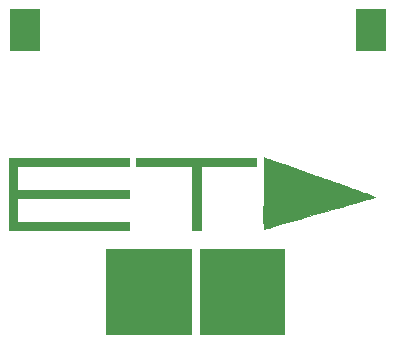
<source format=gbr>
%TF.GenerationSoftware,KiCad,Pcbnew,(6.0.1-0)*%
%TF.CreationDate,2022-01-28T16:02:20+01:00*%
%TF.ProjectId,badge,62616467-652e-46b6-9963-61645f706362,rev?*%
%TF.SameCoordinates,Original*%
%TF.FileFunction,Soldermask,Top*%
%TF.FilePolarity,Negative*%
%FSLAX46Y46*%
G04 Gerber Fmt 4.6, Leading zero omitted, Abs format (unit mm)*
G04 Created by KiCad (PCBNEW (6.0.1-0)) date 2022-01-28 16:02:20*
%MOMM*%
%LPD*%
G01*
G04 APERTURE LIST*
%ADD10C,0.010000*%
%ADD11R,2.600000X3.600000*%
G04 APERTURE END LIST*
D10*
%TO.C,Ref\u002A\u002A*%
X191872750Y-109385417D02*
X191872750Y-110041584D01*
X191872750Y-110041584D02*
X187136709Y-110046922D01*
X187136709Y-110046922D02*
X182400667Y-110052260D01*
X182400667Y-110052260D02*
X182400667Y-112059954D01*
X182400667Y-112059954D02*
X182511792Y-112073032D01*
X182511792Y-112073032D02*
X182569809Y-112077352D01*
X182569809Y-112077352D02*
X182666924Y-112081498D01*
X182666924Y-112081498D02*
X182799902Y-112085448D01*
X182799902Y-112085448D02*
X182965507Y-112089180D01*
X182965507Y-112089180D02*
X183160505Y-112092672D01*
X183160505Y-112092672D02*
X183381659Y-112095903D01*
X183381659Y-112095903D02*
X183625735Y-112098851D01*
X183625735Y-112098851D02*
X183889499Y-112101493D01*
X183889499Y-112101493D02*
X184169713Y-112103809D01*
X184169713Y-112103809D02*
X184463144Y-112105776D01*
X184463144Y-112105776D02*
X184766556Y-112107372D01*
X184766556Y-112107372D02*
X185076714Y-112108576D01*
X185076714Y-112108576D02*
X185390382Y-112109366D01*
X185390382Y-112109366D02*
X185704326Y-112109720D01*
X185704326Y-112109720D02*
X186015310Y-112109617D01*
X186015310Y-112109617D02*
X186320100Y-112109034D01*
X186320100Y-112109034D02*
X186615459Y-112107949D01*
X186615459Y-112107949D02*
X186898153Y-112106342D01*
X186898153Y-112106342D02*
X187152584Y-112104305D01*
X187152584Y-112104305D02*
X187469891Y-112101453D01*
X187469891Y-112101453D02*
X187813419Y-112098543D01*
X187813419Y-112098543D02*
X188174993Y-112095633D01*
X188174993Y-112095633D02*
X188546434Y-112092782D01*
X188546434Y-112092782D02*
X188919567Y-112090051D01*
X188919567Y-112090051D02*
X189286214Y-112087499D01*
X189286214Y-112087499D02*
X189638198Y-112085184D01*
X189638198Y-112085184D02*
X189967343Y-112083166D01*
X189967343Y-112083166D02*
X190265471Y-112081505D01*
X190265471Y-112081505D02*
X190369917Y-112080974D01*
X190369917Y-112080974D02*
X191872750Y-112073584D01*
X191872750Y-112073584D02*
X191872750Y-112750917D01*
X191872750Y-112750917D02*
X187136709Y-112756255D01*
X187136709Y-112756255D02*
X182400667Y-112761593D01*
X182400667Y-112761593D02*
X182400667Y-114772240D01*
X182400667Y-114772240D02*
X187136709Y-114777579D01*
X187136709Y-114777579D02*
X191872750Y-114782917D01*
X191872750Y-114782917D02*
X191872750Y-115439084D01*
X191872750Y-115439084D02*
X181723334Y-115449754D01*
X181723334Y-115449754D02*
X181723334Y-109374747D01*
X181723334Y-109374747D02*
X191872750Y-109385417D01*
X191872750Y-109385417D02*
X191872750Y-109385417D01*
G36*
X191872750Y-109385417D02*
G01*
X191872750Y-110041584D01*
X187136709Y-110046922D01*
X182400667Y-110052260D01*
X182400667Y-112059954D01*
X182511792Y-112073032D01*
X182569809Y-112077352D01*
X182666924Y-112081498D01*
X182799902Y-112085448D01*
X182965507Y-112089180D01*
X183160505Y-112092672D01*
X183381659Y-112095903D01*
X183625735Y-112098851D01*
X183889499Y-112101493D01*
X184169713Y-112103809D01*
X184463144Y-112105776D01*
X184766556Y-112107372D01*
X185076714Y-112108576D01*
X185390382Y-112109366D01*
X185704326Y-112109720D01*
X186015310Y-112109617D01*
X186320100Y-112109034D01*
X186615459Y-112107949D01*
X186898153Y-112106342D01*
X187152584Y-112104305D01*
X187469891Y-112101453D01*
X187813419Y-112098543D01*
X188174993Y-112095633D01*
X188546434Y-112092782D01*
X188919567Y-112090051D01*
X189286214Y-112087499D01*
X189638198Y-112085184D01*
X189967343Y-112083166D01*
X190265471Y-112081505D01*
X190369917Y-112080974D01*
X191872750Y-112073584D01*
X191872750Y-112750917D01*
X187136709Y-112756255D01*
X182400667Y-112761593D01*
X182400667Y-114772240D01*
X187136709Y-114777579D01*
X191872750Y-114782917D01*
X191872750Y-115439084D01*
X181723334Y-115449754D01*
X181723334Y-109374747D01*
X191872750Y-109385417D01*
G37*
X191872750Y-109385417D02*
X191872750Y-110041584D01*
X187136709Y-110046922D01*
X182400667Y-110052260D01*
X182400667Y-112059954D01*
X182511792Y-112073032D01*
X182569809Y-112077352D01*
X182666924Y-112081498D01*
X182799902Y-112085448D01*
X182965507Y-112089180D01*
X183160505Y-112092672D01*
X183381659Y-112095903D01*
X183625735Y-112098851D01*
X183889499Y-112101493D01*
X184169713Y-112103809D01*
X184463144Y-112105776D01*
X184766556Y-112107372D01*
X185076714Y-112108576D01*
X185390382Y-112109366D01*
X185704326Y-112109720D01*
X186015310Y-112109617D01*
X186320100Y-112109034D01*
X186615459Y-112107949D01*
X186898153Y-112106342D01*
X187152584Y-112104305D01*
X187469891Y-112101453D01*
X187813419Y-112098543D01*
X188174993Y-112095633D01*
X188546434Y-112092782D01*
X188919567Y-112090051D01*
X189286214Y-112087499D01*
X189638198Y-112085184D01*
X189967343Y-112083166D01*
X190265471Y-112081505D01*
X190369917Y-112080974D01*
X191872750Y-112073584D01*
X191872750Y-112750917D01*
X187136709Y-112756255D01*
X182400667Y-112761593D01*
X182400667Y-114772240D01*
X187136709Y-114777579D01*
X191872750Y-114782917D01*
X191872750Y-115439084D01*
X181723334Y-115449754D01*
X181723334Y-109374747D01*
X191872750Y-109385417D01*
X202636000Y-110052167D02*
X197915834Y-110052167D01*
X197915834Y-110052167D02*
X197915834Y-115449667D01*
X197915834Y-115449667D02*
X197217334Y-115449667D01*
X197217334Y-115449667D02*
X197217334Y-110052167D01*
X197217334Y-110052167D02*
X192476000Y-110052167D01*
X192476000Y-110052167D02*
X192476000Y-109374834D01*
X192476000Y-109374834D02*
X202636000Y-109374834D01*
X202636000Y-109374834D02*
X202636000Y-110052167D01*
X202636000Y-110052167D02*
X202636000Y-110052167D01*
G36*
X202636000Y-110052167D02*
G01*
X197915834Y-110052167D01*
X197915834Y-115449667D01*
X197217334Y-115449667D01*
X197217334Y-110052167D01*
X192476000Y-110052167D01*
X192476000Y-109374834D01*
X202636000Y-109374834D01*
X202636000Y-110052167D01*
G37*
X202636000Y-110052167D02*
X197915834Y-110052167D01*
X197915834Y-115449667D01*
X197217334Y-115449667D01*
X197217334Y-110052167D01*
X192476000Y-110052167D01*
X192476000Y-109374834D01*
X202636000Y-109374834D01*
X202636000Y-110052167D01*
X197069167Y-124255000D02*
X189914834Y-124255000D01*
X189914834Y-124255000D02*
X189914834Y-117100667D01*
X189914834Y-117100667D02*
X197069167Y-117100667D01*
X197069167Y-117100667D02*
X197069167Y-124255000D01*
X197069167Y-124255000D02*
X197069167Y-124255000D01*
G36*
X197069167Y-124255000D02*
G01*
X189914834Y-124255000D01*
X189914834Y-117100667D01*
X197069167Y-117100667D01*
X197069167Y-124255000D01*
G37*
X197069167Y-124255000D02*
X189914834Y-124255000D01*
X189914834Y-117100667D01*
X197069167Y-117100667D01*
X197069167Y-124255000D01*
X205006667Y-124255000D02*
X197852334Y-124255000D01*
X197852334Y-124255000D02*
X197852334Y-117100667D01*
X197852334Y-117100667D02*
X205006667Y-117100667D01*
X205006667Y-117100667D02*
X205006667Y-124255000D01*
X205006667Y-124255000D02*
X205006667Y-124255000D01*
G36*
X205006667Y-124255000D02*
G01*
X197852334Y-124255000D01*
X197852334Y-117100667D01*
X205006667Y-117100667D01*
X205006667Y-124255000D01*
G37*
X205006667Y-124255000D02*
X197852334Y-124255000D01*
X197852334Y-117100667D01*
X205006667Y-117100667D01*
X205006667Y-124255000D01*
X203274398Y-109327432D02*
X203332459Y-109347109D01*
X203332459Y-109347109D02*
X203426161Y-109379455D01*
X203426161Y-109379455D02*
X203553380Y-109423717D01*
X203553380Y-109423717D02*
X203711990Y-109479144D01*
X203711990Y-109479144D02*
X203899867Y-109544982D01*
X203899867Y-109544982D02*
X204114886Y-109620481D01*
X204114886Y-109620481D02*
X204354924Y-109704888D01*
X204354924Y-109704888D02*
X204617854Y-109797450D01*
X204617854Y-109797450D02*
X204901552Y-109897417D01*
X204901552Y-109897417D02*
X205203894Y-110004035D01*
X205203894Y-110004035D02*
X205522754Y-110116553D01*
X205522754Y-110116553D02*
X205856009Y-110234219D01*
X205856009Y-110234219D02*
X206201534Y-110356280D01*
X206201534Y-110356280D02*
X206557203Y-110481984D01*
X206557203Y-110481984D02*
X206920892Y-110610580D01*
X206920892Y-110610580D02*
X207290477Y-110741315D01*
X207290477Y-110741315D02*
X207663832Y-110873437D01*
X207663832Y-110873437D02*
X208038833Y-111006194D01*
X208038833Y-111006194D02*
X208413356Y-111138834D01*
X208413356Y-111138834D02*
X208785276Y-111270605D01*
X208785276Y-111270605D02*
X209152467Y-111400755D01*
X209152467Y-111400755D02*
X209512806Y-111528532D01*
X209512806Y-111528532D02*
X209864167Y-111653183D01*
X209864167Y-111653183D02*
X210204426Y-111773957D01*
X210204426Y-111773957D02*
X210531459Y-111890102D01*
X210531459Y-111890102D02*
X210843140Y-112000865D01*
X210843140Y-112000865D02*
X211137344Y-112105494D01*
X211137344Y-112105494D02*
X211411948Y-112203237D01*
X211411948Y-112203237D02*
X211664827Y-112293342D01*
X211664827Y-112293342D02*
X211893855Y-112375058D01*
X211893855Y-112375058D02*
X212096908Y-112447631D01*
X212096908Y-112447631D02*
X212271861Y-112510311D01*
X212271861Y-112510311D02*
X212416591Y-112562344D01*
X212416591Y-112562344D02*
X212528971Y-112602979D01*
X212528971Y-112602979D02*
X212606877Y-112631463D01*
X212606877Y-112631463D02*
X212626667Y-112638820D01*
X212626667Y-112638820D02*
X212660675Y-112655607D01*
X212660675Y-112655607D02*
X212657289Y-112670095D01*
X212657289Y-112670095D02*
X212647834Y-112675988D01*
X212647834Y-112675988D02*
X212624807Y-112683364D01*
X212624807Y-112683364D02*
X212562904Y-112701883D01*
X212562904Y-112701883D02*
X212463941Y-112731020D01*
X212463941Y-112731020D02*
X212329736Y-112770250D01*
X212329736Y-112770250D02*
X212162105Y-112819049D01*
X212162105Y-112819049D02*
X211962866Y-112876891D01*
X211962866Y-112876891D02*
X211733836Y-112943252D01*
X211733836Y-112943252D02*
X211476831Y-113017606D01*
X211476831Y-113017606D02*
X211193669Y-113099429D01*
X211193669Y-113099429D02*
X210886166Y-113188196D01*
X210886166Y-113188196D02*
X210556141Y-113283382D01*
X210556141Y-113283382D02*
X210205409Y-113384462D01*
X210205409Y-113384462D02*
X209835788Y-113490911D01*
X209835788Y-113490911D02*
X209449095Y-113602204D01*
X209449095Y-113602204D02*
X209047147Y-113717817D01*
X209047147Y-113717817D02*
X208631761Y-113837224D01*
X208631761Y-113837224D02*
X208204753Y-113959901D01*
X208204753Y-113959901D02*
X207959417Y-114030354D01*
X207959417Y-114030354D02*
X207526559Y-114154637D01*
X207526559Y-114154637D02*
X207104233Y-114275898D01*
X207104233Y-114275898D02*
X206694260Y-114393615D01*
X206694260Y-114393615D02*
X206298460Y-114507265D01*
X206298460Y-114507265D02*
X205918654Y-114616324D01*
X205918654Y-114616324D02*
X205556664Y-114720270D01*
X205556664Y-114720270D02*
X205214309Y-114818580D01*
X205214309Y-114818580D02*
X204893412Y-114910731D01*
X204893412Y-114910731D02*
X204595794Y-114996200D01*
X204595794Y-114996200D02*
X204323274Y-115074463D01*
X204323274Y-115074463D02*
X204077675Y-115144999D01*
X204077675Y-115144999D02*
X203860816Y-115207284D01*
X203860816Y-115207284D02*
X203674520Y-115260794D01*
X203674520Y-115260794D02*
X203520606Y-115305009D01*
X203520606Y-115305009D02*
X203400897Y-115339403D01*
X203400897Y-115339403D02*
X203317212Y-115363455D01*
X203317212Y-115363455D02*
X203271373Y-115376641D01*
X203271373Y-115376641D02*
X203262907Y-115379086D01*
X203262907Y-115379086D02*
X203257413Y-115379843D01*
X203257413Y-115379843D02*
X203252459Y-115377367D01*
X203252459Y-115377367D02*
X203248024Y-115369624D01*
X203248024Y-115369624D02*
X203244088Y-115354581D01*
X203244088Y-115354581D02*
X203240629Y-115330205D01*
X203240629Y-115330205D02*
X203237629Y-115294463D01*
X203237629Y-115294463D02*
X203235066Y-115245322D01*
X203235066Y-115245322D02*
X203232919Y-115180747D01*
X203232919Y-115180747D02*
X203231169Y-115098707D01*
X203231169Y-115098707D02*
X203229795Y-114997167D01*
X203229795Y-114997167D02*
X203228776Y-114874096D01*
X203228776Y-114874096D02*
X203228092Y-114727458D01*
X203228092Y-114727458D02*
X203227723Y-114555222D01*
X203227723Y-114555222D02*
X203227647Y-114355354D01*
X203227647Y-114355354D02*
X203227845Y-114125820D01*
X203227845Y-114125820D02*
X203228296Y-113864588D01*
X203228296Y-113864588D02*
X203228979Y-113569625D01*
X203228979Y-113569625D02*
X203229875Y-113238896D01*
X203229875Y-113238896D02*
X203230962Y-112870370D01*
X203230962Y-112870370D02*
X203232221Y-112462012D01*
X203232221Y-112462012D02*
X203232533Y-112362037D01*
X203232533Y-112362037D02*
X203233724Y-112007335D01*
X203233724Y-112007335D02*
X203235039Y-111664260D01*
X203235039Y-111664260D02*
X203236460Y-111335195D01*
X203236460Y-111335195D02*
X203237970Y-111022521D01*
X203237970Y-111022521D02*
X203239552Y-110728621D01*
X203239552Y-110728621D02*
X203241189Y-110455874D01*
X203241189Y-110455874D02*
X203242866Y-110206665D01*
X203242866Y-110206665D02*
X203244563Y-109983372D01*
X203244563Y-109983372D02*
X203246266Y-109788380D01*
X203246266Y-109788380D02*
X203247956Y-109624068D01*
X203247956Y-109624068D02*
X203249617Y-109492820D01*
X203249617Y-109492820D02*
X203251232Y-109397015D01*
X203251232Y-109397015D02*
X203252784Y-109339037D01*
X203252784Y-109339037D02*
X203254103Y-109321175D01*
X203254103Y-109321175D02*
X203274398Y-109327432D01*
X203274398Y-109327432D02*
X203274398Y-109327432D01*
G36*
X203274398Y-109327432D02*
G01*
X203332459Y-109347109D01*
X203426161Y-109379455D01*
X203553380Y-109423717D01*
X203711990Y-109479144D01*
X203899867Y-109544982D01*
X204114886Y-109620481D01*
X204354924Y-109704888D01*
X204617854Y-109797450D01*
X204901552Y-109897417D01*
X205203894Y-110004035D01*
X205522754Y-110116553D01*
X205856009Y-110234219D01*
X206201534Y-110356280D01*
X206557203Y-110481984D01*
X206920892Y-110610580D01*
X207290477Y-110741315D01*
X207663832Y-110873437D01*
X208038833Y-111006194D01*
X208413356Y-111138834D01*
X208785276Y-111270605D01*
X209152467Y-111400755D01*
X209512806Y-111528532D01*
X209864167Y-111653183D01*
X210204426Y-111773957D01*
X210531459Y-111890102D01*
X210843140Y-112000865D01*
X211137344Y-112105494D01*
X211411948Y-112203237D01*
X211664827Y-112293342D01*
X211893855Y-112375058D01*
X212096908Y-112447631D01*
X212271861Y-112510311D01*
X212416591Y-112562344D01*
X212528971Y-112602979D01*
X212606877Y-112631463D01*
X212626667Y-112638820D01*
X212660675Y-112655607D01*
X212657289Y-112670095D01*
X212647834Y-112675988D01*
X212624807Y-112683364D01*
X212562904Y-112701883D01*
X212463941Y-112731020D01*
X212329736Y-112770250D01*
X212162105Y-112819049D01*
X211962866Y-112876891D01*
X211733836Y-112943252D01*
X211476831Y-113017606D01*
X211193669Y-113099429D01*
X210886166Y-113188196D01*
X210556141Y-113283382D01*
X210205409Y-113384462D01*
X209835788Y-113490911D01*
X209449095Y-113602204D01*
X209047147Y-113717817D01*
X208631761Y-113837224D01*
X208204753Y-113959901D01*
X207959417Y-114030354D01*
X207526559Y-114154637D01*
X207104233Y-114275898D01*
X206694260Y-114393615D01*
X206298460Y-114507265D01*
X205918654Y-114616324D01*
X205556664Y-114720270D01*
X205214309Y-114818580D01*
X204893412Y-114910731D01*
X204595794Y-114996200D01*
X204323274Y-115074463D01*
X204077675Y-115144999D01*
X203860816Y-115207284D01*
X203674520Y-115260794D01*
X203520606Y-115305009D01*
X203400897Y-115339403D01*
X203317212Y-115363455D01*
X203271373Y-115376641D01*
X203262907Y-115379086D01*
X203257413Y-115379843D01*
X203252459Y-115377367D01*
X203248024Y-115369624D01*
X203244088Y-115354581D01*
X203240629Y-115330205D01*
X203237629Y-115294463D01*
X203235066Y-115245322D01*
X203232919Y-115180747D01*
X203231169Y-115098707D01*
X203229795Y-114997167D01*
X203228776Y-114874096D01*
X203228092Y-114727458D01*
X203227723Y-114555222D01*
X203227647Y-114355354D01*
X203227845Y-114125820D01*
X203228296Y-113864588D01*
X203228979Y-113569625D01*
X203229875Y-113238896D01*
X203230962Y-112870370D01*
X203232221Y-112462012D01*
X203232533Y-112362037D01*
X203233724Y-112007335D01*
X203235039Y-111664260D01*
X203236460Y-111335195D01*
X203237970Y-111022521D01*
X203239552Y-110728621D01*
X203241189Y-110455874D01*
X203242866Y-110206665D01*
X203244563Y-109983372D01*
X203246266Y-109788380D01*
X203247956Y-109624068D01*
X203249617Y-109492820D01*
X203251232Y-109397015D01*
X203252784Y-109339037D01*
X203254103Y-109321175D01*
X203274398Y-109327432D01*
G37*
X203274398Y-109327432D02*
X203332459Y-109347109D01*
X203426161Y-109379455D01*
X203553380Y-109423717D01*
X203711990Y-109479144D01*
X203899867Y-109544982D01*
X204114886Y-109620481D01*
X204354924Y-109704888D01*
X204617854Y-109797450D01*
X204901552Y-109897417D01*
X205203894Y-110004035D01*
X205522754Y-110116553D01*
X205856009Y-110234219D01*
X206201534Y-110356280D01*
X206557203Y-110481984D01*
X206920892Y-110610580D01*
X207290477Y-110741315D01*
X207663832Y-110873437D01*
X208038833Y-111006194D01*
X208413356Y-111138834D01*
X208785276Y-111270605D01*
X209152467Y-111400755D01*
X209512806Y-111528532D01*
X209864167Y-111653183D01*
X210204426Y-111773957D01*
X210531459Y-111890102D01*
X210843140Y-112000865D01*
X211137344Y-112105494D01*
X211411948Y-112203237D01*
X211664827Y-112293342D01*
X211893855Y-112375058D01*
X212096908Y-112447631D01*
X212271861Y-112510311D01*
X212416591Y-112562344D01*
X212528971Y-112602979D01*
X212606877Y-112631463D01*
X212626667Y-112638820D01*
X212660675Y-112655607D01*
X212657289Y-112670095D01*
X212647834Y-112675988D01*
X212624807Y-112683364D01*
X212562904Y-112701883D01*
X212463941Y-112731020D01*
X212329736Y-112770250D01*
X212162105Y-112819049D01*
X211962866Y-112876891D01*
X211733836Y-112943252D01*
X211476831Y-113017606D01*
X211193669Y-113099429D01*
X210886166Y-113188196D01*
X210556141Y-113283382D01*
X210205409Y-113384462D01*
X209835788Y-113490911D01*
X209449095Y-113602204D01*
X209047147Y-113717817D01*
X208631761Y-113837224D01*
X208204753Y-113959901D01*
X207959417Y-114030354D01*
X207526559Y-114154637D01*
X207104233Y-114275898D01*
X206694260Y-114393615D01*
X206298460Y-114507265D01*
X205918654Y-114616324D01*
X205556664Y-114720270D01*
X205214309Y-114818580D01*
X204893412Y-114910731D01*
X204595794Y-114996200D01*
X204323274Y-115074463D01*
X204077675Y-115144999D01*
X203860816Y-115207284D01*
X203674520Y-115260794D01*
X203520606Y-115305009D01*
X203400897Y-115339403D01*
X203317212Y-115363455D01*
X203271373Y-115376641D01*
X203262907Y-115379086D01*
X203257413Y-115379843D01*
X203252459Y-115377367D01*
X203248024Y-115369624D01*
X203244088Y-115354581D01*
X203240629Y-115330205D01*
X203237629Y-115294463D01*
X203235066Y-115245322D01*
X203232919Y-115180747D01*
X203231169Y-115098707D01*
X203229795Y-114997167D01*
X203228776Y-114874096D01*
X203228092Y-114727458D01*
X203227723Y-114555222D01*
X203227647Y-114355354D01*
X203227845Y-114125820D01*
X203228296Y-113864588D01*
X203228979Y-113569625D01*
X203229875Y-113238896D01*
X203230962Y-112870370D01*
X203232221Y-112462012D01*
X203232533Y-112362037D01*
X203233724Y-112007335D01*
X203235039Y-111664260D01*
X203236460Y-111335195D01*
X203237970Y-111022521D01*
X203239552Y-110728621D01*
X203241189Y-110455874D01*
X203242866Y-110206665D01*
X203244563Y-109983372D01*
X203246266Y-109788380D01*
X203247956Y-109624068D01*
X203249617Y-109492820D01*
X203251232Y-109397015D01*
X203252784Y-109339037D01*
X203254103Y-109321175D01*
X203274398Y-109327432D01*
%TD*%
D11*
%TO.C,REF\u002A\u002A*%
X183050000Y-98500000D03*
X212350000Y-98500000D03*
%TD*%
M02*

</source>
